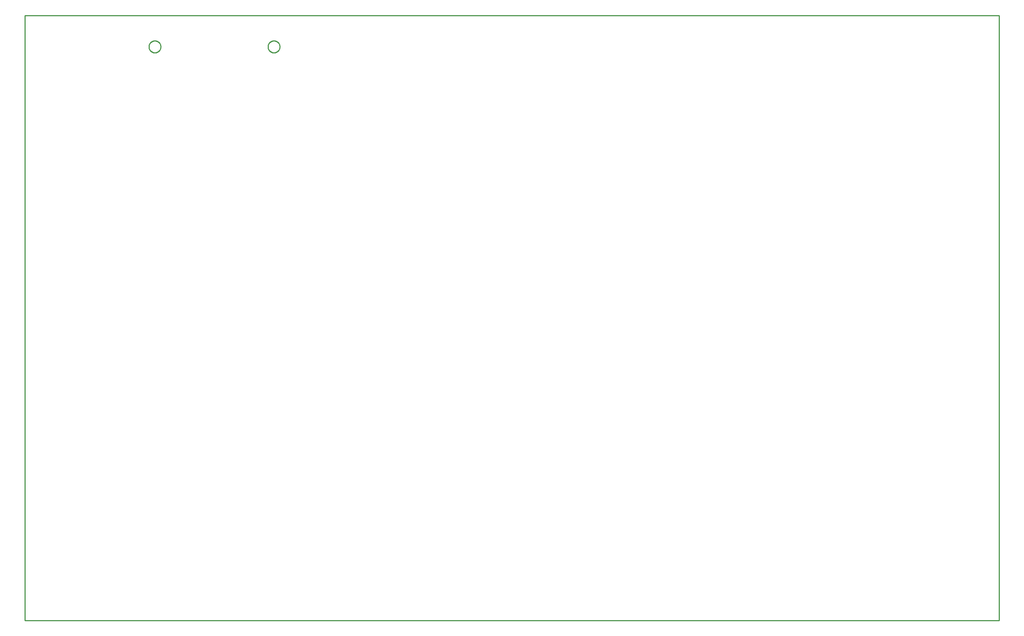
<source format=gbr>
G04 EAGLE Gerber RS-274X export*
G75*
%MOMM*%
%FSLAX34Y34*%
%LPD*%
%IN*%
%IPPOS*%
%AMOC8*
5,1,8,0,0,1.08239X$1,22.5*%
G01*
%ADD10C,0.254000*%


D10*
X0Y0D02*
X2285800Y0D01*
X2285800Y1419100D01*
X0Y1419100D01*
X0Y0D01*
X318770Y1345701D02*
X318699Y1344706D01*
X318557Y1343718D01*
X318345Y1342743D01*
X318064Y1341785D01*
X317715Y1340851D01*
X317300Y1339943D01*
X316822Y1339067D01*
X316283Y1338228D01*
X315685Y1337429D01*
X315031Y1336675D01*
X314325Y1335969D01*
X313571Y1335315D01*
X312773Y1334717D01*
X311933Y1334178D01*
X311057Y1333700D01*
X310150Y1333285D01*
X309215Y1332936D01*
X308257Y1332655D01*
X307282Y1332443D01*
X306294Y1332301D01*
X305299Y1332230D01*
X304301Y1332230D01*
X303306Y1332301D01*
X302318Y1332443D01*
X301343Y1332655D01*
X300385Y1332936D01*
X299451Y1333285D01*
X298543Y1333700D01*
X297667Y1334178D01*
X296828Y1334717D01*
X296029Y1335315D01*
X295275Y1335969D01*
X294569Y1336675D01*
X293915Y1337429D01*
X293317Y1338228D01*
X292778Y1339067D01*
X292300Y1339943D01*
X291885Y1340851D01*
X291536Y1341785D01*
X291255Y1342743D01*
X291043Y1343718D01*
X290901Y1344706D01*
X290830Y1345701D01*
X290830Y1346699D01*
X290901Y1347694D01*
X291043Y1348682D01*
X291255Y1349657D01*
X291536Y1350615D01*
X291885Y1351550D01*
X292300Y1352457D01*
X292778Y1353333D01*
X293317Y1354173D01*
X293915Y1354971D01*
X294569Y1355725D01*
X295275Y1356431D01*
X296029Y1357085D01*
X296828Y1357683D01*
X297667Y1358222D01*
X298543Y1358700D01*
X299451Y1359115D01*
X300385Y1359464D01*
X301343Y1359745D01*
X302318Y1359957D01*
X303306Y1360099D01*
X304301Y1360170D01*
X305299Y1360170D01*
X306294Y1360099D01*
X307282Y1359957D01*
X308257Y1359745D01*
X309215Y1359464D01*
X310150Y1359115D01*
X311057Y1358700D01*
X311933Y1358222D01*
X312773Y1357683D01*
X313571Y1357085D01*
X314325Y1356431D01*
X315031Y1355725D01*
X315685Y1354971D01*
X316283Y1354173D01*
X316822Y1353333D01*
X317300Y1352457D01*
X317715Y1351550D01*
X318064Y1350615D01*
X318345Y1349657D01*
X318557Y1348682D01*
X318699Y1347694D01*
X318770Y1346699D01*
X318770Y1345701D01*
X598170Y1345701D02*
X598099Y1344706D01*
X597957Y1343718D01*
X597745Y1342743D01*
X597464Y1341785D01*
X597115Y1340851D01*
X596700Y1339943D01*
X596222Y1339067D01*
X595683Y1338228D01*
X595085Y1337429D01*
X594431Y1336675D01*
X593725Y1335969D01*
X592971Y1335315D01*
X592173Y1334717D01*
X591333Y1334178D01*
X590457Y1333700D01*
X589550Y1333285D01*
X588615Y1332936D01*
X587657Y1332655D01*
X586682Y1332443D01*
X585694Y1332301D01*
X584699Y1332230D01*
X583701Y1332230D01*
X582706Y1332301D01*
X581718Y1332443D01*
X580743Y1332655D01*
X579785Y1332936D01*
X578851Y1333285D01*
X577943Y1333700D01*
X577067Y1334178D01*
X576228Y1334717D01*
X575429Y1335315D01*
X574675Y1335969D01*
X573969Y1336675D01*
X573315Y1337429D01*
X572717Y1338228D01*
X572178Y1339067D01*
X571700Y1339943D01*
X571285Y1340851D01*
X570936Y1341785D01*
X570655Y1342743D01*
X570443Y1343718D01*
X570301Y1344706D01*
X570230Y1345701D01*
X570230Y1346699D01*
X570301Y1347694D01*
X570443Y1348682D01*
X570655Y1349657D01*
X570936Y1350615D01*
X571285Y1351550D01*
X571700Y1352457D01*
X572178Y1353333D01*
X572717Y1354173D01*
X573315Y1354971D01*
X573969Y1355725D01*
X574675Y1356431D01*
X575429Y1357085D01*
X576228Y1357683D01*
X577067Y1358222D01*
X577943Y1358700D01*
X578851Y1359115D01*
X579785Y1359464D01*
X580743Y1359745D01*
X581718Y1359957D01*
X582706Y1360099D01*
X583701Y1360170D01*
X584699Y1360170D01*
X585694Y1360099D01*
X586682Y1359957D01*
X587657Y1359745D01*
X588615Y1359464D01*
X589550Y1359115D01*
X590457Y1358700D01*
X591333Y1358222D01*
X592173Y1357683D01*
X592971Y1357085D01*
X593725Y1356431D01*
X594431Y1355725D01*
X595085Y1354971D01*
X595683Y1354173D01*
X596222Y1353333D01*
X596700Y1352457D01*
X597115Y1351550D01*
X597464Y1350615D01*
X597745Y1349657D01*
X597957Y1348682D01*
X598099Y1347694D01*
X598170Y1346699D01*
X598170Y1345701D01*
M02*

</source>
